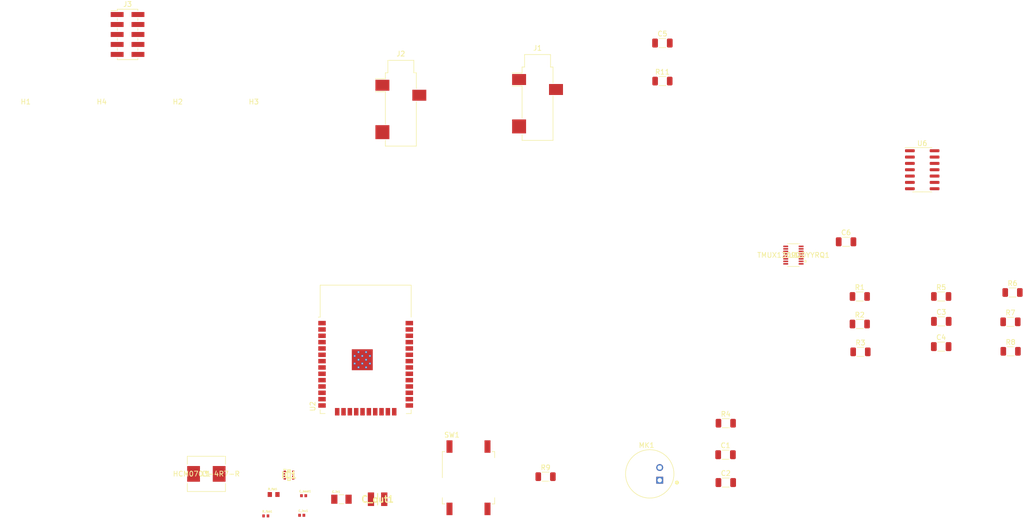
<source format=kicad_pcb>
(kicad_pcb (version 20211014) (generator pcbnew)
  (layers (0 "F.Cu" signal) (31 "B.Cu" signal) (34 "B.Paste" user) (35 "F.Paste" user) (36 "B.SilkS" user "B.Silkscreen") (37 "F.SilkS" user "F.Silkscreen") (38 "B.Mask" user) (39 "F.Mask" user) (44 "Edge.Cuts" user))
  (net 0 "")
  (net 1 "Net-(C1-Pad1)")
  (net 2 "Net-(C1-Pad2)")
  (net 3 "/+3V3")
  (net 4 "Net-(C3-Pad1)")
  (net 5 "Net-(C4-Pad1)")
  (net 6 "/Aux_ADC")
  (net 7 "Net-(C5-Pad2)")
  (net 8 "Net-(C_boot1-Pad1)")
  (net 9 "Net-(C_boot1-Pad2)")
  (net 10 "/+5V")
  (net 11 "Net-(C_in1-Pad2)")
  (net 15 "Net-(IC1-Pad8)")
  (net 16 "/Audio_Out")
  (net 17 "Net-(J1-PadS)")
  (net 18 "Net-(J2-PadR)")
  (net 19 "/Mic_ADC")
  (net 20 "/Ble_ADC")
  (net 21 "/sel2")
  (net 22 "/sel1")
  (net 23 "Net-(R1-Pad1)")
  (net 24 "Net-(R1-Pad2)")
  (net 25 "Net-(R3-Pad2)")
  (net 26 "Net-(R5-Pad2)")
  (net 27 "Net-(R7-Pad2)")
  (net 28 "Net-(R9-Pad1)")
  (net 29 "Net-(R9-Pad2)")
  (net 37 "Net-(U1-Pad8)")
  (net 40 "Net-(U2-Pad1)")
  (net 75 "Net-(U6-Pad11)")
  (net 78 "Net-(C6-Pad1)")
  (footprint "MountingHole:MountingHole_3.2mm_M3" (layer "F.Cu") (at 95.89 46.46)
    (fp_text reference "H3" (at 0 -4.2) (layer "F.SilkS"))
    (fp_text value "MountingHole")
    (pad "" np_thru_hole circle (at 0 0) (size 3.2 3.2) (drill 3.2) (layers *.Cu *.Mask))
  )
  (footprint "Connector_PinHeader_2.00mm:PinHeader_2x05_P2.00mm_Vertical_SMD" (layer "F.Cu") (at 70.59 28.76)
    (fp_text reference "J3" (at 0 -6.06) (layer "F.SilkS"))
    (fp_text value "Conn_02x05_Counter_Clockwise")
    (fp_line (start -2.06 2.76) (end -2.06 3.24) (layer "F.SilkS") (width 0.12))
    (fp_line (start 2.06 -3.24) (end 2.06 -2.76) (layer "F.SilkS") (width 0.12))
    (fp_line (start 2.06 -1.24) (end 2.06 -0.76) (layer "F.SilkS") (width 0.12))
    (fp_line (start -2.06 -5.06) (end -2.06 -4.76) (layer "F.SilkS") (width 0.12))
    (fp_line (start -3.315 -4.76) (end -2.06 -4.76) (layer "F.SilkS") (width 0.12))
    (fp_line (start 2.06 4.76) (end 2.06 5.06) (layer "F.SilkS") (width 0.12))
    (fp_line (start 2.06 -5.06) (end 2.06 -4.76) (layer "F.SilkS") (width 0.12))
    (fp_line (start -2.06 5.06) (end 2.06 5.06) (layer "F.SilkS") (width 0.12))
    (fp_line (start 2.06 0.76) (end 2.06 1.24) (layer "F.SilkS") (width 0.12))
    (fp_line (start -2.06 -1.24) (end -2.06 -0.76) (layer "F.SilkS") (width 0.12))
    (fp_line (start -2.06 -3.24) (end -2.06 -2.76) (layer "F.SilkS") (width 0.12))
    (fp_line (start -2.06 4.76) (end -2.06 5.06) (layer "F.SilkS") (width 0.12))
    (fp_line (start -2.06 0.76) (end -2.06 1.24) (layer "F.SilkS") (width 0.12))
    (fp_line (start -2.06 -5.06) (end 2.06 -5.06) (layer "F.SilkS") (width 0.12))
    (fp_line (start 2.06 2.76) (end 2.06 3.24) (layer "F.SilkS") (width 0.12))
    (pad "1" smd rect (at -2.085 -4) (size 2.58 1) (layers "F.Cu" "F.Paste" "F.Mask") (net 10 "/+5V"))
    (pad "2" smd rect (at 2.085 -4) (size 2.58 1) (layers "F.Cu" "F.Paste" "F.Mask") (net 3 "/+3V3"))
    (pad "3" smd rect (at -2.085 -2) (size 2.58 1) (layers "F.Cu" "F.Paste" "F.Mask") (net 16 "/Audio_Out"))
    (pad "4" smd rect (at 2.085 -2) (size 2.58 1) (layers "F.Cu" "F.Paste" "F.Mask") (net 20 "/Ble_ADC"))
    (pad "5" smd rect (at -2.085 0) (size 2.58 1) (layers "F.Cu" "F.Paste" "F.Mask") (net 6 "/Aux_ADC"))
    (pad "6" smd rect (at 2.085 0) (size 2.58 1) (layers "F.Cu" "F.Paste" "F.Mask") (net 19 "/Mic_ADC"))
    (pad "7" smd rect (at -2.085 2) (size 2.58 1) (layers "F.Cu" "F.Paste" "F.Mask") (net 21 "/sel2"))
    (pad "8" smd rect (at 2.085 2) (size 2.58 1) (layers "F.Cu" "F.Paste" "F.Mask") (net 22 "/sel1"))
    (pad "9" smd rect (at -2.085 4) (size 2.58 1) (layers "F.Cu" "F.Paste" "F.Mask"))
    (pad "10" smd rect (at 2.085 4) (size 2.58 1) (layers "F.Cu" "F.Paste" "F.Mask"))
  )
  (footprint "TPS563300_Power_Circuit:C_Boot_CAPC1005X55N" (layer "F.Cu") (at 105.5 125.14)
    (fp_text reference "C_inx1" (at 0.3 -0.88) (layer "F.SilkS") (effects (font (size 0.393701 0.393701))))
    (fp_text value "GRM155R71A104KA01D")
    (pad "1" smd rect (at -0.432 0) (size 0.54 0.6) (layers "F.Cu" "F.Paste" "F.Mask") (net 10 "/+5V"))
    (pad "2" smd rect (at 0.432 0) (size 0.54 0.6) (layers "F.Cu" "F.Paste" "F.Mask") (net 11 "Net-(C_in1-Pad2)"))
  )
  (footprint "Button_Switch_SMD:SW_MEC_5GSH9" (layer "F.Cu") (at 138.93 117.61)
    (fp_text reference "SW1" (at -3.325 -8.575 180) (layer "F.SilkS"))
    (fp_text value "SW_MEC_5E")
    (fp_line (start -5.25 -5.25) (end -5.25 0) (layer "F.SilkS") (width 0.12))
    (fp_line (start -4.7 5.25) (end -5.25 5.25) (layer "F.SilkS") (width 0.12))
    (fp_line (start 5.25 -5.25) (end 5.25 -4) (layer "F.SilkS") (width 0.12))
    (fp_line (start -4.7 -5.25) (end -5.25 -5.25) (layer "F.SilkS") (width 0.12))
    (fp_line (start 4.7 5.25) (end 5.25 5.25) (layer "F.SilkS") (width 0.12))
    (fp_line (start -5.25 5.25) (end -5.25 4) (layer "F.SilkS") (width 0.12))
    (fp_line (start 5.25 5.25) (end 5.25 4) (layer "F.SilkS") (width 0.12))
    (fp_line (start 4.7 -5.25) (end 5.25 -5.25) (layer "F.SilkS") (width 0.12))
    (pad "1" smd rect (at -3.81 -6.25 90) (size 2.5 1.2) (layers "F.Cu" "F.Paste" "F.Mask") (net 3 "/+3V3"))
    (pad "2" smd rect (at -3.81 6.25 90) (size 2.5 1.2) (layers "F.Cu" "F.Paste" "F.Mask") (net 29 "Net-(R9-Pad2)"))
    (pad "3" smd rect (at 3.81 -6.25 90) (size 2.5 1.2) (layers "F.Cu" "F.Paste" "F.Mask"))
    (pad "4" smd rect (at 3.81 6.25 90) (size 2.5 1.2) (layers "F.Cu" "F.Paste" "F.Mask") (net 22 "/sel1"))
  )
  (footprint "Resistor_SMD:R_1206_3216Metric" (layer "F.Cu") (at 217.3625 81.28)
    (fp_text reference "R1" (at 0 -1.82) (layer "F.SilkS"))
    (fp_text value "100K")
    (fp_line (start -0.727064 -0.91) (end 0.727064 -0.91) (layer "F.SilkS") (width 0.12))
    (fp_line (start -0.727064 0.91) (end 0.727064 0.91) (layer "F.SilkS") (width 0.12))
    (pad "1" smd roundrect (at -1.4625 0) (size 1.125 1.75) (layers "F.Cu" "F.Paste" "F.Mask") (roundrect_rratio 0.222222) (net 23 "Net-(R1-Pad1)"))
    (pad "2" smd roundrect (at 1.4625 0) (size 1.125 1.75) (layers "F.Cu" "F.Paste" "F.Mask") (roundrect_rratio 0.222222) (net 24 "Net-(R1-Pad2)"))
  )
  (footprint "RF_Module:ESP32-WROOM-32" (layer "F.Cu") (at 118.32 94.87)
    (fp_text reference "U2" (at -10.61 8.43 90) (layer "F.SilkS"))
    (fp_text value "ESP32-WROOM-32")
    (fp_line (start 9.12 9.1) (end 9.12 9.88) (layer "F.SilkS") (width 0.12))
    (fp_line (start -9.12 9.1) (end -9.12 9.88) (layer "F.SilkS") (width 0.12))
    (fp_line (start -9.12 -15.86) (end 9.12 -15.86) (layer "F.SilkS") (width 0.12))
    (fp_line (start -9.12 -9.445) (end -9.5 -9.445) (layer "F.SilkS") (width 0.12))
    (fp_line (start 9.12 9.88) (end 8.12 9.88) (layer "F.SilkS") (width 0.12))
    (fp_line (start 9.12 -15.86) (end 9.12 -9.445) (layer "F.SilkS") (width 0.12))
    (fp_line (start -9.12 9.88) (end -8.12 9.88) (layer "F.SilkS") (width 0.12))
    (fp_line (start -9.12 -15.86) (end -9.12 -9.445) (layer "F.SilkS") (width 0.12))
    (pad "1" smd rect (at -8.75 -8.25) (size 1.5 0.9) (layers "F.Cu" "F.Paste" "F.Mask") (net 40 "Net-(U2-Pad1)"))
    (pad "2" smd rect (at -8.75 -6.98) (size 1.5 0.9) (layers "F.Cu" "F.Paste" "F.Mask") (net 3 "/+3V3"))
    (pad "3" smd rect (at -8.75 -5.71) (size 1.5 0.9) (layers "F.Cu" "F.Paste" "F.Mask"))
    (pad "4" smd rect (at -8.75 -4.44) (size 1.5 0.9) (layers "F.Cu" "F.Paste" "F.Mask"))
    (pad "5" smd rect (at -8.75 -3.17) (size 1.5 0.9) (layers "F.Cu" "F.Paste" "F.Mask"))
    (pad "6" smd rect (at -8.75 -1.9) (size 1.5 0.9) (layers "F.Cu" "F.Paste" "F.Mask") (net 20 "/Ble_ADC"))
    (pad "7" smd rect (at -8.75 -0.63) (size 1.5 0.9) (layers "F.Cu" "F.Paste" "F.Mask"))
    (pad "8" smd rect (at -8.75 0.64) (size 1.5 0.9) (layers "F.Cu" "F.Paste" "F.Mask"))
    (pad "9" smd rect (at -8.75 1.91) (size 1.5 0.9) (layers "F.Cu" "F.Paste" "F.Mask"))
    (pad "10" smd rect (at -8.75 3.18) (size 1.5 0.9) (layers "F.Cu" "F.Paste" "F.Mask"))
    (pad "11" smd rect (at -8.75 4.45) (size 1.5 0.9) (layers "F.Cu" "F.Paste" "F.Mask"))
    (pad "12" smd rect (at -8.75 5.72) (size 1.5 0.9) (layers "F.Cu" "F.Paste" "F.Mask"))
    (pad "13" smd rect (at -8.75 6.99) (size 1.5 0.9) (layers "F.Cu" "F.Paste" "F.Mask"))
    (pad "14" smd rect (at -8.75 8.26) (size 1.5 0.9) (layers "F.Cu" "F.Paste" "F.Mask"))
    (pad "15" smd rect (at -5.71 9.51 90) (size 1.5 0.9) (layers "F.Cu" "F.Paste" "F.Mask") (net 40 "Net-(U2-Pad1)"))
    (pad "16" smd rect (at -4.44 9.51 90) (size 1.5 0.9) (layers "F.Cu" "F.Paste" "F.Mask"))
    (pad "17" smd rect (at -3.17 9.51 90) (size 1.5 0.9) (layers "F.Cu" "F.Paste" "F.Mask"))
    (pad "18" smd rect (at -1.9 9.51 90) (size 1.5 0.9) (layers "F.Cu" "F.Paste" "F.Mask"))
    (pad "19" smd rect (at -0.63 9.51 90) (size 1.5 0.9) (layers "F.Cu" "F.Paste" "F.Mask"))
    (pad "20" smd rect (at 0.64 9.51 90) (size 1.5 0.9) (layers "F.Cu" "F.Paste" "F.Mask"))
    (pad "21" smd rect (at 1.91 9.51 90) (size 1.5 0.9) (layers "F.Cu" "F.Paste" "F.Mask"))
    (pad "22" smd rect (at 3.18 9.51 90) (size 1.5 0.9) (layers "F.Cu" "F.Paste" "F.Mask"))
    (pad "23" smd rect (at 4.45 9.51 90) (size 1.5 0.9) (layers "F.Cu" "F.Paste" "F.Mask"))
    (pad "24" smd rect (at 5.72 9.51 90) (size 1.5 0.9) (layers "F.Cu" "F.Paste" "F.Mask"))
    (pad "25" smd rect (at 8.75 8.26) (size 1.5 0.9) (layers "F.Cu" "F.Paste" "F.Mask"))
    (pad "26" smd rect (at 8.75 6.99) (size 1.5 0.9) (layers "F.Cu" "F.Paste" "F.Mask"))
    (pad "27" smd rect (at 8.75 5.72) (size 1.5 0.9) (layers "F.Cu" "F.Paste" "F.Mask"))
    (pad "28" smd rect (at 8.75 4.45) (size 1.5 0.9) (layers "F.Cu" "F.Paste" "F.Mask"))
    (pad "29" smd rect (at 8.75 3.18) (size 1.5 0.9) (layers "F.Cu" "F.Paste" "F.Mask"))
    (pad "30" smd rect (at 8.75 1.91) (size 1.5 0.9) (layers "F.Cu" "F.Paste" "F.Mask") (net 22 "/sel1"))
    (pad "31" smd rect (at 8.75 0.64) (size 1.5 0.9) (layers "F.Cu" "F.Paste" "F.Mask") (net 21 "/sel2"))
    (pad "32" smd rect (at 8.75 -0.63) (size 1.5 0.9) (layers "F.Cu" "F.Paste" "F.Mask"))
    (pad "33" smd rect (at 8.75 -1.9) (size 1.5 0.9) (layers "F.Cu" "F.Paste" "F.Mask"))
    (pad "34" smd rect (at 8.75 -3.17) (size 1.5 0.9) (layers "F.Cu" "F.Paste" "F.Mask"))
    (pad "35" smd rect (at 8.75 -4.44) (size 1.5 0.9) (layers "F.Cu" "F.Paste" "F.Mask"))
    (pad "36" smd rect (at 8.75 -5.71) (size 1.5 0.9) (layers "F.Cu" "F.Paste" "F.Mask"))
    (pad "37" smd rect (at 8.75 -6.98) (size 1.5 0.9) (layers "F.Cu" "F.Paste" "F.Mask"))
    (pad "38" smd rect (at 8.75 -8.25) (size 1.5 0.9) (layers "F.Cu" "F.Paste" "F.Mask") (net 40 "Net-(U2-Pad1)"))
    (pad "39" smd rect (at -0.68 -0.91) (size 1.05 1.05) (layers "F.Cu" "F.Paste") (net 40 "Net-(U2-Pad1)"))
    (pad "39" smd rect (at -2.205 0.615) (size 1.05 1.05) (layers "F.Cu" "F.Paste") (net 40 "Net-(U2-Pad1)"))
    (pad "39" smd rect (at -0.68 -0.91) (size 4.2 4.2) (layers "F.Cu" "F.Mask") (net 40 "Net-(U2-Pad1)"))
    (pad "39" thru_hole circle (at -0.68 -1.6725) (size 0.475 0.475) (drill 0.2) (property pad_prop_heatsink) (layers *.Cu "F.Mask") (net 40 "Net-(U2-Pad1)"))
    (pad "39" thru_hole circle (at 0.0825 -0.91) (size 0.475 0.475) (drill 0.2) (property pad_prop_heatsink) (layers *.Cu "F.Mask") (net 40 "Net-(U2-Pad1)"))
    (pad "39" thru_hole circle (at 0.0825 0.615) (size 0.475 0.475) (drill 0.2) (property pad_prop_heatsink) (layers *.Cu "F.Mask") (net 40 "Net-(U2-Pad1)"))
    (pad "39" thru_hole circle (at 0.0825 -2.435) (size 0.475 0.475) (drill 0.2) (property pad_prop_heatsink) (layers *.Cu "F.Mask") (net 40 "Net-(U2-Pad1)"))
    (pad "39" smd rect (at -0.68 -2.435) (size 1.05 1.05) (layers "F.Cu" "F.Paste") (net 40 "Net-(U2-Pad1)"))
    (pad "39" smd rect (at -2.205 -2.435) (size 1.05 1.05) (layers "F.Cu" "F.Paste") (net 40 "Net-(U2-Pad1)"))
    (pad "39" thru_hole circle (at -1.4425 -0.91) (size 0.475 0.475) (drill 0.2) (property pad_prop_heatsink) (layers *.Cu "F.Mask") (net 40 "Net-(U2-Pad1)"))
    (pad "39" thru_hole circle (at -1.4425 -2.435) (size 0.475 0.475) (drill 0.2) (property pad_prop_heatsink) (layers *.Cu "F.Mask") (net 40 "Net-(U2-Pad1)"))
    (pad "39" smd rect (at -2.205 -0.91) (size 1.05 1.05) (layers "F.Cu" "F.Paste") (net 40 "Net-(U2-Pad1)"))
    (pad "39" thru_hole circle (at -1.4425 0.615) (size 0.475 0.475) (drill 0.2) (property pad_prop_heatsink) (layers *.Cu "F.Mask") (net 40 "Net-(U2-Pad1)"))
    (pad "39" smd rect (at 0.845 -2.435) (size 1.05 1.05) (layers "F.Cu" "F.Paste") (net 40 "Net-(U2-Pad1)"))
    (pad "39" smd rect (at 0.845 -0.91) (size 1.05 1.05) (layers "F.Cu" "F.Paste") (net 40 "Net-(U2-Pad1)"))
    (pad "39" thru_hole circle (at -2.205 -0.1475) (size 0.475 0.475) (drill 0.2) (property pad_prop_heatsink) (layers *.Cu "F.Mask") (net 40 "Net-(U2-Pad1)"))
    (pad "39" thru_hole circle (at -0.68 -0.1475) (size 0.475 0.475) (drill 0.2) (property pad_prop_heatsink) (layers *.Cu "F.Mask") (net 40 "Net-(U2-Pad1)"))
    (pad "39" thru_hole circle (at 0.845 -1.6725) (size 0.475 0.475) (drill 0.2) (property pad_prop_heatsink) (layers *.Cu "F.Mask") (net 40 "Net-(U2-Pad1)"))
    (pad "39" thru_hole circle (at -2.205 -1.6725) (size 0.475 0.475) (drill 0.2) (property pad_prop_heatsink) (layers *.Cu "F.Mask") (net 40 "Net-(U2-Pad1)"))
    (pad "39" smd rect (at -0.68 0.615) (size 1.05 1.05) (layers "F.Cu" "F.Paste") (net 40 "Net-(U2-Pad1)"))
    (pad "39" thru_hole circle (at 0.845 -0.1475) (size 0.475 0.475) (drill 0.2) (property pad_prop_heatsink) (layers *.Cu "F.Mask") (net 40 "Net-(U2-Pad1)"))
    (pad "39" smd rect (at 0.845 0.615) (size 1.05 1.05) (layers "F.Cu" "F.Paste") (net 40 "Net-(U2-Pad1)"))
  )
  (footprint "Capacitor_SMD:C_1206_3216Metric" (layer "F.Cu") (at 177.8 30.48)
    (fp_text reference "C5" (at 0 -1.85) (layer "F.SilkS"))
    (fp_text value "100uF")
    (fp_line (start -0.711252 0.91) (end 0.711252 0.91) (layer "F.SilkS") (width 0.12))
    (fp_line (start -0.711252 -0.91) (end 0.711252 -0.91) (layer "F.SilkS") (width 0.12))
    (pad "1" smd roundrect (at -1.475 0) (size 1.15 1.8) (layers "F.Cu" "F.Paste" "F.Mask") (roundrect_rratio 0.217391) (net 6 "/Aux_ADC"))
    (pad "2" smd roundrect (at 1.475 0) (size 1.15 1.8) (layers "F.Cu" "F.Paste" "F.Mask") (roundrect_rratio 0.217391) (net 7 "Net-(C5-Pad2)"))
  )
  (footprint "Resistor_SMD:R_1206_3216Metric" (layer "F.Cu") (at 217.5 92.38)
    (fp_text reference "R3" (at 0 -1.82) (layer "F.SilkS"))
    (fp_text value "100K")
    (fp_line (start -0.727064 0.91) (end 0.727064 0.91) (layer "F.SilkS") (width 0.12))
    (fp_line (start -0.727064 -0.91) (end 0.727064 -0.91) (layer "F.SilkS") (width 0.12))
    (pad "1" smd roundrect (at -1.4625 0) (size 1.125 1.75) (layers "F.Cu" "F.Paste" "F.Mask") (roundrect_rratio 0.222222) (net 2 "Net-(C1-Pad2)"))
    (pad "2" smd roundrect (at 1.4625 0) (size 1.125 1.75) (layers "F.Cu" "F.Paste" "F.Mask") (roundrect_rratio 0.222222) (net 25 "Net-(R3-Pad2)"))
  )
  (footprint "TPS563300_Power_Circuit:L1_HCM0703-4R7-R" (layer "F.Cu") (at 86.3854 116.84)
    (fp_text reference "L1" (at 0 0) (layer "F.SilkS"))
    (fp_text value "HCM0703-4R7-R" (at 0 0) (layer "F.SilkS"))
    (fp_text user "*" (at 0 0) (layer "F.SilkS"))
    (fp_line (start 3.8227 -3.5306) (end -3.8227 -3.5306) (layer "F.SilkS") (width 0.12))
    (fp_line (start -3.8227 3.5306) (end 3.8227 3.5306) (layer "F.SilkS") (width 0.12))
    (fp_line (start -3.8227 1.90754) (end -3.8227 3.5306) (layer "F.SilkS") (width 0.12))
    (fp_line (start 3.8227 -1.90754) (end 3.8227 -3.5306) (layer "F.SilkS") (width 0.12))
    (fp_line (start 3.8227 3.5306) (end 3.8227 1.90754) (layer "F.SilkS") (width 0.12))
    (fp_line (start -3.8227 -3.5306) (end -3.8227 -1.90754) (layer "F.SilkS") (width 0.12))
    (pad "1" smd rect (at -2.5654 0 90) (size 3.1496 2.5654) (layers "F.Cu" "F.Paste" "F.Mask") (net 3 "/+3V3"))
    (pad "2" smd rect (at 2.5654 0 90) (size 3.1496 2.5654) (layers "F.Cu" "F.Paste" "F.Mask") (net 9 "Net-(C_boot1-Pad2)"))
  )
  (footprint "electret_mic:MIC_CMA-4544PF-W" (layer "F.Cu") (at 175.26 116.84)
    (fp_text reference "MK1" (at -0.635215 -5.717015) (layer "F.SilkS") (effects (font (size 1.000354 1.000354))))
    (fp_text value "CMA-4544PF-W")
    (fp_circle (center 5.443 1.741) (end 5.543 1.741) (layer "F.SilkS") (width 0.3) (fill none))
    (fp_circle (center 0 0) (end 4.85 0) (layer "F.SilkS") (width 0.127) (fill none))
    (pad "1" thru_hole rect (at 2 1.27) (size 1.378 1.378) (drill 0.87) (layers *.Cu *.Mask) (net 2 "Net-(C1-Pad2)"))
    (pad "2" thru_hole circle (at 2 -1.27) (size 1.378 1.378) (drill 0.87) (layers *.Cu *.Mask) (net 1 "Net-(C1-Pad1)"))
  )
  (footprint "Connector_Audio:Jack_3.5mm_CUI_SJ-3523-SMT_Horizontal" (layer "F.Cu") (at 152.77 41.39)
    (fp_text reference "J1" (at 0 -9.9) (layer "F.SilkS"))
    (fp_text value "AudioJack3")
    (fp_line (start -3.1 -4.9) (end -3.1 -6.1) (layer "F.SilkS") (width 0.12))
    (fp_line (start 2.6 -8.6) (end 2.6 -6.1) (layer "F.SilkS") (width 0.12))
    (fp_line (start -3.1 -4.9) (end -5.1 -4.9) (layer "F.SilkS") (width 0.12))
    (fp_line (start -2.6 -8.6) (end 2.6 -8.6) (layer "F.SilkS") (width 0.12))
    (fp_line (start -2.6 -6.1) (end -2.6 -8.6) (layer "F.SilkS") (width 0.12))
    (fp_line (start 3.1 -0.3) (end 3.1 8.6) (layer "F.SilkS") (width 0.12))
    (fp_line (start -3.1 8.6) (end -3.1 7.4) (layer "F.SilkS") (width 0.12))
    (fp_line (start 3.1 -6.1) (end 3.1 -2.9) (layer "F.SilkS") (width 0.12))
    (fp_line (start -3.1 -2.3) (end -5.1 -2.3) (layer "F.SilkS") (width 0.12))
    (fp_line (start 2.6 -6.1) (end 3.1 -6.1) (layer "F.SilkS") (width 0.12))
    (fp_line (start -3.1 4.2) (end -3.1 -2.3) (layer "F.SilkS") (width 0.12))
    (fp_line (start 3.1 8.6) (end -3.1 8.6) (layer "F.SilkS") (width 0.12))
    (fp_line (start -3.1 -6.1) (end -2.6 -6.1) (layer "F.SilkS") (width 0.12))
    (pad "" np_thru_hole circle (at 0 -2.5) (size 1.7 1.7) (drill 1.7) (layers *.Cu *.Mask))
    (pad "" np_thru_hole circle (at 0 4.5) (size 1.7 1.7) (drill 1.7) (layers *.Cu *.Mask))
    (pad "R" smd rect (at 3.7 -1.6) (size 2.8 2.2) (layers "F.Cu" "F.Paste" "F.Mask") (net 16 "/Audio_Out"))
    (pad "S" smd rect (at -3.7 -3.6) (size 2.8 2.2) (layers "F.Cu" "F.Paste" "F.Mask") (net 17 "Net-(J1-PadS)"))
    (pad "T" smd rect (at -3.7 5.8) (size 2.8 2.8) (layers "F.Cu" "F.Paste" "F.Mask") (net 16 "/Audio_Out"))
  )
  (footprint "Resistor_SMD:R_1206_3216Metric" (layer "F.Cu") (at 154.38 117.4)
    (fp_text reference "R9" (at 0 -1.82) (layer "F.SilkS"))
    (fp_text value "1K")
    (fp_line (start -0.727064 -0.91) (end 0.727064 -0.91) (layer "F.SilkS") (width 0.12))
    (fp_line (start -0.727064 0.91) (end 0.727064 0.91) (layer "F.SilkS") (width 0.12))
    (pad "1" smd roundrect (at -1.4625 0) (size 1.125 1.75) (layers "F.Cu" "F.Paste" "F.Mask") (roundrect_rratio 0.222222) (net 28 "Net-(R9-Pad1)"))
    (pad "2" smd roundrect (at 1.4625 0) (size 1.125 1.75) (layers "F.Cu" "F.Paste" "F.Mask") (roundrect_rratio 0.222222) (net 29 "Net-(R9-Pad2)"))
  )
  (footprint "MountingHole:MountingHole_3.2mm_M3" (layer "F.Cu") (at 80.65 46.46)
    (fp_text reference "H2" (at 0 -4.2) (layer "F.SilkS"))
    (fp_text value "MountingHole")
    (pad "" np_thru_hole circle (at 0 0) (size 3.2 3.2) (drill 3.2) (layers *.Cu *.Mask))
  )
  (footprint "Resistor_SMD:R_1206_3216Metric" (layer "F.Cu") (at 247.98 80.48)
    (fp_text reference "R6" (at 0 -1.82) (layer "F.SilkS"))
    (fp_text value "330")
    (fp_line (start -0.727064 -0.91) (end 0.727064 -0.91) (layer "F.SilkS") (width 0.12))
    (fp_line (start -0.727064 0.91) (end 0.727064 0.91) (layer "F.SilkS") (width 0.12))
    (pad "1" smd roundrect (at -1.4625 0) (size 1.125 1.75) (layers "F.Cu" "F.Paste" "F.Mask") (roundrect_rratio 0.222222) (net 5 "Net-(C4-Pad1)"))
    (pad "2" smd roundrect (at 1.4625 0) (size 1.125 1.75) (layers "F.Cu" "F.Paste" "F.Mask") (roundrect_rratio 0.222222) (net 2 "Net-(C1-Pad2)"))
  )
  (footprint "TPS563300_Power_Circuit:C_OUT_CAPC3225X270N" (layer "F.Cu") (at 120.71 121.92)
    (fp_text reference "C_out1" (at 0 0) (layer "F.SilkS") (effects (font (size 1.27 1.27) (thickness 0.254))))
    (fp_text value "GRM32EC80J107ME20L" hide)
    (fp_line (start 0 -1.15) (end 0 1.15) (layer "F.SilkS") (width 0.2))
    (pad "1" smd rect (at -1.33 0) (size 1.26 2.72) (layers "F.Cu" "F.Paste" "F.Mask") (net 3 "/+3V3"))
    (pad "2" smd rect (at 1.33 0) (size 1.26 2.72) (layers "F.Cu" "F.Paste" "F.Mask") (net 11 "Net-(C_in1-Pad2)"))
  )
  (footprint "Capacitor_SMD:C_1206_3216Metric" (layer "F.Cu") (at 214.61 70.32)
    (fp_text reference "C6" (at 0 -1.85) (layer "F.SilkS"))
    (fp_text value ".1uF")
    (fp_line (start -0.711252 0.91) (end 0.711252 0.91) (layer "F.SilkS") (width 0.12))
    (fp_line (start -0.711252 -0.91) (end 0.711252 -0.91) (layer "F.SilkS") (width 0.12))
    (pad "1" smd roundrect (at -1.475 0) (size 1.15 1.8) (layers "F.Cu" "F.Paste" "F.Mask") (roundrect_rratio 0.217391) (net 78 "Net-(C6-Pad1)"))
    (pad "2" smd roundrect (at 1.475 0) (size 1.15 1.8) (layers "F.Cu" "F.Paste" "F.Mask") (roundrect_rratio 0.217391) (net 3 "/+3V3"))
  )
  (footprint "TPS563300_Power_Circuit:R_FBT_RESC1508X50N" (layer "F.Cu") (at 99.87 120.97)
    (fp_text reference "R_fbt1" (at -0.19 -1.07) (layer "F.SilkS") (effects (font (size 0.393701 0.393701))))
    (fp_text value "CRCW060330K9FKEA")
    (pad "1" smd rect (at -0.765 0) (size 0.86 0.98) (layers "F.Cu" "F.Paste" "F.Mask") (net 15 "Net-(IC1-Pad8)"))
    (pad "2" smd rect (at 0.765 0) (size 0.86 0.98) (layers "F.Cu" "F.Paste" "F.Mask") (net 3 "/+3V3"))
  )
  (footprint "MountingHole:MountingHole_3.2mm_M3" (layer "F.Cu") (at 65.41 46.46)
    (fp_text reference "H4" (at 0 -4.2) (layer "F.SilkS"))
    (fp_text value "MountingHole")
    (pad "" np_thru_hole circle (at 0 0) (size 3.2 3.2) (drill 3.2) (layers *.Cu *.Mask))
  )
  (footprint "MountingHole:MountingHole_3.2mm_M3" (layer "F.Cu") (at 50.17 46.46)
    (fp_text reference "H1" (at 0 -4.2) (layer "F.SilkS"))
    (fp_text value "MountingHole")
    (pad "" np_thru_hole circle (at 0 0) (size 3.2 3.2) (drill 3.2) (layers *.Cu *.Mask))
  )
  (footprint "Resistor_SMD:R_1206_3216Metric" (layer "F.Cu") (at 190.499188 106.68)
    (fp_text reference "R4" (at 0 -1.82) (layer "F.SilkS"))
    (fp_text value "22K")
    (fp_line (start -0.727064 0.91) (end 0.727064 0.91) (layer "F.SilkS") (width 0.12))
    (fp_line (start -0.727064 -0.91) (end 0.727064 -0.91) (layer "F.SilkS") (width 0.12))
    (pad "1" smd roundrect (at -1.4625 0) (size 1.125 1.75) (layers "F.Cu" "F.Paste" "F.Mask") (roundrect_rratio 0.222222) (net 1 "Net-(C1-Pad1)"))
    (pad "2" smd roundrect (at 1.4625 0) (size 1.125 1.75) (layers "F.Cu" "F.Paste" "F.Mask") (roundrect_rratio 0.222222) (net 3 "/+3V3"))
  )
  (footprint "Capacitor_SMD:C_1206_3216Metric" (layer "F.Cu") (at 233.7 86.27)
    (fp_text reference "C3" (at 0 -1.85) (layer "F.SilkS"))
    (fp_text value "100uF")
    (fp_line (start -0.711252 -0.91) (end 0.711252 -0.91) (layer "F.SilkS") (width 0.12))
    (fp_line (start -0.711252 0.91) (end 0.711252 0.91) (layer "F.SilkS") (width 0.12))
    (pad "1" smd roundrect (at -1.475 0) (size 1.15 1.8) (layers "F.Cu" "F.Paste" "F.Mask") (roundrect_rratio 0.217391) (net 4 "Net-(C3-Pad1)"))
    (pad "2" smd roundrect (at 1.475 0) (size 1.15 1.8) (layers "F.Cu" "F.Paste" "F.Mask") (roundrect_rratio 0.217391) (net 2 "Net-(C1-Pad2)"))
  )
  (footprint "Capacitor_SMD:C_1206_3216Metric" (layer "F.Cu") (at 190.5 118.58)
    (fp_text reference "C2" (at 0 -1.85) (layer "F.SilkS"))
    (fp_text value "470uF")
    (fp_line (start -0.711252 -0.91) (end 0.711252 -0.91) (layer "F.SilkS") (width 0.12))
    (fp_line (start -0.711252 0.91) (end 0.711252 0.91) (layer "F.SilkS") (width 0.12))
    (pad "1" smd roundrect (at -1.475 0) (size 1.15 1.8) (layers "F.Cu" "F.Paste" "F.Mask") (roundrect_rratio 0.217391) (net 3 "/+3V3"))
    (pad "2" smd roundrect (at 1.475 0) (size 1.15 1.8) (layers "F.Cu" "F.Paste" "F.Mask") (roundrect_rratio 0.217391) (net 2 "Net-(C1-Pad2)"))
  )
  (footprint "Resistor_SMD:R_1206_3216Metric" (layer "F.Cu") (at 233.68 81.28)
    (fp_text reference "R5" (at 0 -1.82) (layer "F.SilkS"))
    (fp_text value "1K")
    (fp_line (start -0.727064 -0.91) (end 0.727064 -0.91) (layer "F.SilkS") (width 0.12))
    (fp_line (start -0.727064 0.91) (end 0.727064 0.91) (layer "F.SilkS") (width 0.12))
    (pad "1" smd roundrect (at -1.4625 0) (size 1.125 1.75) (layers "F.Cu" "F.Paste" "F.Mask") (roundrect_rratio 0.222222) (net 2 "Net-(C1-Pad2)"))
    (pad "2" smd roundrect (at 1.4625 0) (size 1.125 1.75) (layers "F.Cu" "F.Paste" "F.Mask") (roundrect_rratio 0.222222) (net 26 "Net-(R5-Pad2)"))
  )
  (footprint "Connector_Audio:Jack_3.5mm_CUI_SJ-3523-SMT_Horizontal" (layer "F.Cu") (at 125.37 42.54)
    (fp_text reference "J2" (at 0 -9.9) (layer "F.SilkS"))
    (fp_text value "AudioJack3")
    (fp_line (start -3.1 -4.9) (end -5.1 -4.9) (layer "F.SilkS") (width 0.12))
    (fp_line (start -2.6 -6.1) (end -2.6 -8.6) (layer "F.SilkS") (width 0.12))
    (fp_line (start -3.1 8.6) (end -3.1 7.4) (layer "F.SilkS") (width 0.12))
    (fp_line (start 3.1 8.6) (end -3.1 8.6) (layer "F.SilkS") (width 0.12))
    (fp_line (start -3.1 -4.9) (end -3.1 -6.1) (layer "F.SilkS") (width 0.12))
    (fp_line (start 3.1 -6.1) (end 3.1 -2.9) (layer "F.SilkS") (width 0.12))
    (fp_line (start -2.6 -8.6) (end 2.6 -8.6) (layer "F.SilkS") (width 0.12))
    (fp_line (start 3.1 -0.3) (end 3.1 8.6) (layer "F.SilkS") (width 0.12))
    (fp_line (start -3.1 4.2) (end -3.1 -2.3) (layer "F.SilkS") (width 0.12))
    (fp_line (start -3.1 -6.1) (end -2.6 -6.1) (layer "F.SilkS") (width 0.12))
    (fp_line (start -3.1 -2.3) (end -5.1 -2.3) (layer "F.SilkS") (width 0.12))
    (fp_line (start 2.6 -6.1) (end 3.1 -6.1) (layer "F.SilkS") (width 0.12))
    (fp_line (start 2.6 -8.6) (end 2.6 -6.1) (layer "F.SilkS") (width 0.12))
    (pad "" np_thru_hole circle (at 0 -2.5) (size 1.7 1.7) (drill 1.7) (layers *.Cu *.Mask))
    (pad "" np_thru_hole circle (at 0 4.5) (size 1.7 1.7) (drill 1.7) (layers *.Cu *.Mask))
    (pad "R" smd rect (at 3.7 -1.6) (size 2.8 2.2) (layers "F.Cu" "F.Paste" "F.Mask") (net 18 "Net-(J2-PadR)"))
    (pad "S" smd rect (at -3.7 -3.6) (size 2.8 2.2) (layers "F.Cu" "F.Paste" "F.Mask") (net 18 "Net-(J2-PadR)"))
    (pad "T" smd rect (at -3.7 5.8) (size 2.8 2.8) (layers "F.Cu" "F.Paste" "F.Mask") (net 7 "Net-(C5-Pad2)"))
  )
  (footprint "Package_SO:SOIC-14_3.9x8.7mm_P1.27mm" (layer "F.Cu") (at 229.88 55.875)
    (fp_text reference "U6" (at 0 -5.28) (layer "F.SilkS"))
    (fp_text value "LM324")
    (fp_line (start 0 -4.435) (end -3.45 -4.435) (layer "F.SilkS") (width 0.12))
    (fp_line (start 0 4.435) (end 1.95 4.435) (layer "F.SilkS") (width 0.12))
    (fp_line (start 0 4.435) (end -1.95 4.435) (layer "F.SilkS") (width 0.12))
    (fp_line (start 0 -4.435) (end 1.95 -4.435) (layer "F.SilkS") (width 0.12))
    (pad "1" smd roundrect (at -2.475 -3.81) (size 1.95 0.6) (layers "F.Cu" "F.Paste" "F.Mask") (net 23 "Net-(R1-Pad1)"))
    (pad "2" smd roundrect (at -2.475 -2.54) (size 1.95 0.6) (layers "F.Cu" "F.Paste" "F.Mask") (net 24 "Net-(R1-Pad2)"))
    (pad "3" smd roundrect (at -2.475 -1.27) (size 1.95 0.6) (layers "F.Cu" "F.Paste" "F.Mask") (net 25 "Net-(R3-Pad2)"))
    (pad "4" smd roundrect (at -2.475 0) (size 1.95 0.6) (layers "F.Cu" "F.Paste" "F.Mask") (net 3 "/+3V3"))
    (pad "5" smd roundrect (at -2.475 1.27) (size 1.95 0.6) (layers "F.Cu" "F.Paste" "F.Mask") (net 26 "Net-(R5-Pad2)"))
    (pad "6" smd roundrect (at -2.475 2.54) (size 1.95 0.6) (layers "F.Cu" "F.Paste" "F.Mask") (net 24 "Net-(R1-Pad2)"))
    (pad "7" smd roundrect (at -2.475 3.81) (size 1.95 0.6) (layers "F.Cu" "F.Paste" "F.Mask") (net 4 "Net-(C3-Pad1)"))
    (pad "8" smd roundrect (at 2.475 3.81) (size 1.95 0.6) (layers "F.Cu" "F.Paste" "F.Mask") (net 19 "/Mic_ADC"))
    (pad "9" smd roundrect (at 2.475 2.54) (size 1.95 0.6) (layers "F.Cu" "F.Paste" "F.Mask") (net 27 "Net-(R7-Pad2)"))
    (pad "10" smd roundrect (at 2.475 1.27) (size 1.95 0.6) (layers "F.Cu" "F.Paste" "F.Mask") (net 5 "Net-(C4-Pad1)"))
    (pad "11" smd roundrect (at 2.475 0) (size 1.95 0.6) (layers "F.Cu" "F.Paste" "F.Mask") (net 75 "Net-(U6-Pad11)"))
    (pad "12" smd roundrect (at 2.475 -1.27) (size 1.95 0.6) (layers "F.Cu" "F.Paste" "F.Mask"))
    (pad "13" smd roundrect (at 2.475 -2.54) (size 1.95 0.6) (layers "F.Cu" "F.Paste" "F.Mask"))
    (pad "14" smd roundrect (at 2.475 -3.81) (size 1.95 0.6) (layers "F.Cu" "F.Paste" "F.Mask"))
  )
  (footprint "TPS563300_Power_Circuit:R_FBB_RESC1005X40N" (layer "F.Cu") (at 98.295 125.26)
    (fp_text reference "R_fbb1" (at 0.3 -0.88) (layer "F.SilkS") (effects (font (size 0.393701 0.393701))))
    (fp_text value "CRCW040210K0FKED")
    (pad "1" smd rect (at -0.445 0) (size 0.51 0.6) (layers "F.Cu" "F.Paste" "F.Mask") (net 11 "Net-(C_in1-Pad2)"))
    (pad "2" smd rect (at 0.445 0) (size 0.51 0.6) (layers "F.Cu" "F.Paste" "F.Mask") (net 15 "Net-(IC1-Pad8)"))
  )
  (footprint "TPS563300_Power_Circuit:C_IN_CAPC3216X180N" (layer "F.Cu") (at 113.46 121.92)
    (fp_text reference "C_in1" (at -1.06 -1.5) (layer "F.SilkS") (effects (font (size 0.393701 0.393701))))
    (fp_text value "GRM31CR71E106KA12L")
    (fp_line (start -0.48 -0.9) (end 0.48 -0.9) (layer "F.SilkS") (width 0.127))
    (fp_line (start -0.48 0.9) (end 0.48 0.9) (layer "F.SilkS") (width 0.127))
    (pad "1" smd rect (at -1.43 0) (size 1.25 1.82) (layers "F.Cu" "F.Paste" "F.Mask") (net 10 "/+5V"))
    (pad "2" smd rect (at 1.43 0) (size 1.25 1.82) (layers "F.Cu" "F.Paste" "F.Mask") (net 11 "Net-(C_in1-Pad2)"))
  )
  (footprint "TMUX1309QDYYRQ1:TMUX1309QDYYRQ1" (layer "F.Cu") (at 204.06 72.99)
    (fp_text reference "U1" (at 0 0) (layer "F.SilkS"))
    (fp_text value "TMUX1309QDYYRQ1" (at 0 0) (layer "F.SilkS"))
    (fp_line (start 1.1811 -2.2733) (end -1.1811 -2.2733) (layer "F.SilkS") (width 0.12))
    (fp_line (start -1.1811 2.2733) (end 1.1811 2.2733) (layer "F.SilkS") (width 0.12))
    (fp_poly (pts (xy 2.54 1.059815) (xy 2.54 1.440815) (xy 2.286 1.440815) (xy 2.286 1.059815)) (layer "F.SilkS") (width 0.1) (fill solid))
    (pad "1" smd rect (at -1.54305 -1.750441) (size 0.9779 0.3048) (layers "F.Cu" "F.Paste" "F.Mask"))
    (pad "2" smd rect (at -1.54305 -1.250315) (size 0.9779 0.3048) (layers "F.Cu" "F.Paste" "F.Mask"))
    (pad "3" smd rect (at -1.54305 -0.750189) (size 0.9779 0.3048) (layers "F.Cu" "F.Paste" "F.Mask") (net 16 "/Audio_Out"))
    (pad "4" smd rect (at -1.54305 -0.250063) (size 0.9779 0.3048) (layers "F.Cu" "F.Paste" "F.Mask"))
    (pad "5" smd rect (at -1.54305 0.250063) (size 0.9779 0.3048) (layers "F.Cu" "F.Paste" "F.Mask"))
    (pad "6" smd rect (at -1.54305 0.750189) (size 0.9779 0.3048) (layers "F.Cu" "F.Paste" "F.Mask"))
    (pad "7" smd rect (at -1.54305 1.250315) (size 0.9779 0.3048) (layers "F.Cu" "F.Paste" "F.Mask"))
    (pad "8" smd rect (at -1.54305 1.750441) (size 0.9779 0.3048) (layers "F.Cu" "F.Paste" "F.Mask") (net 37 "Net-(U1-Pad8)"))
    (pad "9" smd rect (at 1.54305 1.750441) (size 0.9779 0.3048) (layers "F.Cu" "F.Paste" "F.Mask"))
    (pad "10" smd rect (at 1.54305 1.250315) (size 0.9779 0.3048) (layers "F.Cu" "F.Paste" "F.Mask") (net 21 "/sel2"))
    (pad "11" smd rect (at 1.54305 0.750189) (size 0.9779 0.3048) (layers "F.Cu" "F.Paste" "F.Mask") (net 22 "/sel1"))
    (pad "12" smd rect (at 1.54305 0.250063) (size 0.9779 0.3048) (layers "F.Cu" "F.Paste" "F.Mask") (net 20 "/Ble_ADC"))
    (pad "13" smd rect (at 1.54305 -0.250063) (size 0.9779 0.3048) (layers "F.Cu" "F.Paste" "F.Mask"))
    (pad "14" smd rect (at 1.54305 -0.750189) (size 0.9779 0.3048) (layers "F.Cu" "F.Paste" "F.Mask") (net 19 "/Mic_ADC"))
    (pad "15" smd rect (at 1.54305 -1.250315) (size 0.9779 0.3048) (layers "F.Cu" "F.Paste" "F.Mask") (net 6 "/Aux_ADC"))
    (pad "16" smd rect (at 1.54305 -1.750441) (size 0.9779 0.3048) (layers "F.Cu" "F.Paste" "F.Mask") (net 3 "/+3V3"))
  )
  (footprint "TPS563300_Power_Circuit:C_Boot_CAPC1005X55N" (layer "F.Cu") (at 105.88 121.21)
    (fp_text reference "C_boot1" (at 0.3 -0.88) (layer "F.SilkS") (effects (font (size 0.393701 0.393701))))
    (fp_text value "GRM155R71A104KA01D")
    (pad "1" smd rect (at -0.432 0) (size 0.54 0.6) (layers "F.Cu" "F.Paste" "F.Mask") (net 8 "Net-(C_boot1-Pad1)"))
    (pad "2" smd rect (at 0.432 0) (size 0.54 0.6) (layers "F.Cu" "F.Paste" "F.Mask") (net 9 "Net-(C_boot1-Pad2)"))
  )
  (footprint "Resistor_SMD:R_1206_3216Metric" (layer "F.Cu") (at 217.358256 86.8)
    (fp_text reference "R2" (at 0 -1.82) (layer "F.SilkS"))
    (fp_text value "1K")
    (fp_line (start -0.727064 0.91) (end 0.727064 0.91) (layer "F.SilkS") (width 0.12))
    (fp_line (start -0.727064 -0.91) (end 0.727064 -0.91) (layer "F.SilkS") (width 0.12))
    (pad "1" smd roundrect (at -1.4625 0) (size 1.125 1.75) (layers "F.Cu" "F.Paste" "F.Mask") (roundrect_rratio 0.222222) (net 2 "Net-(C1-Pad2)"))
    (pad "2" smd roundrect (at 1.4625 0) (size 1.125 1.75) (layers "F.Cu" "F.Paste" "F.Mask") (roundrect_rratio 0.222222) (net 24 "Net-(R1-Pad2)"))
  )
  (footprint "TPS563300_Power_Circuit:TPS563300DRLR" (layer "F.Cu") (at 102.95 117.09)
    (fp_text reference "IC1" (at 0 0) (layer "F.SilkS") (effects (font (size 1.27 1.27) (thickness 0.254))))
    (fp_text value "TPS563300DRLR" hide)
    (fp_line (start 0.25 -1.05) (end 0.25 1.05) (layer "F.SilkS") (width 0.2))
    (fp_line (start 0.25 1.05) (end -0.25 1.05) (layer "F.SilkS") (width 0.2))
    (fp_line (start -0.25 1.05) (end -0.25 -1.05) (layer "F.SilkS") (width 0.2))
    (fp_line (start -0.25 -1.05) (end 0.25 -1.05) (layer "F.SilkS") (width 0.2))
    (fp_line (start -1.075 -1.15) (end -0.6 -1.15) (layer "F.SilkS") (width 0.2))
    (pad "1" smd rect (at -0.838 -0.75 90) (size 0.3 0.475) (layers "F.Cu" "F.Paste" "F.Mask"))
    (pad "2" smd rect (at -0.838 -0.25 90) (size 0.3 0.475) (layers "F.Cu" "F.Paste" "F.Mask"))
    (pad "3" smd rect (at -0.838 0.25 90) (size 0.3 0.475) (layers "F.Cu" "F.Paste" "F.Mask") (net 10 "/+5V"))
    (pad "4" smd rect (at -0.838 0.75 90) (size 0.3 0.475) (layers "F.Cu" "F.Paste" "F.Mask") (net 11 "Net-(C_in1-Pad2)"))
    (pad "5" smd rect (at 0.838 0.75 90) (size 0.3 0.475) (layers "F.Cu" "F.Paste" "F.Mask") (net 9 "Net-(C_boot1-Pad2)"))
    (pad "6" smd rect (at 0.838 0.25 90) (size 0.3 0.475) (layers "F.Cu" "F.Paste" "F.Mask") (net 8 "Net-(C_boot1-Pad1)"))
    (pad "7" smd rect (at 0.838 -0.25 90) (size 0.3 0.475) (layers "F.Cu" "F.Paste" "F.Mask"))
    (pad "8" smd rect (at 0.838 -0.75 90) (size 0.3 0.475) (layers "F.Cu" "F.Paste" "F.Mask") (net 15 "Net-(IC1-Pad8)"))
  )
  (footprint "Capacitor_SMD:C_1206_3216Metric" (layer "F.Cu") (at 233.68 91.33)
    (fp_text reference "C4" (at 0 -1.85) (layer "F.SilkS"))
    (fp_text value "10uF")
    (fp_line (start -0.711252 -0.91) (end 0.711252 -0.91) (layer "F.SilkS") (width 0.12))
    (fp_line (start -0.711252 0.91) (end 0.711252 0.91) (layer "F.SilkS") (width 0.12))
    (pad "1" smd roundrect (at -1.475 0) (size 1.15 1.8) (layers "F.Cu" "F.Paste" "F.Mask") (roundrect_rratio 0.217391) (net 5 "Net-(C4-Pad1)"))
    (pad "2" smd roundrect (at 1.475 0) (size 1.15 1.8) (layers "F.Cu" "F.Paste" "F.Mask") (roundrect_rratio 0.217391) (net 4 "Net-(C3-Pad1)"))
  )
  (footprint "Resistor_SMD:R_1206_3216Metric" (layer "F.Cu") (at 177.8 38.1)
    (fp_text reference "R11" (at 0 -1.82) (layer "F.SilkS"))
    (fp_text value "330")
    (fp_line (start -0.727064 0.91) (end 0.727064 0.91) (layer "F.SilkS") (width 0.12))
    (fp_line (start -0.727064 -0.91) (end 0.727064 -0.91) (layer "F.SilkS") (width 0.12))
    (pad "1" smd roundrect (at -1.4625 0) (size 1.125 1.75) (layers "F.Cu" "F.Paste" "F.Mask") (roundrect_rratio 0.222222) (net 6 "/Aux_ADC"))
    (pad "2" smd roundrect (at 1.4625 0) (size 1.125 1.75) (layers "F.Cu" "F.Paste" "F.Mask") (roundrect_rratio 0.222222) (net 18 "Net-(J2-PadR)"))
  )
  (footprint "Resistor_SMD:R_1206_3216Metric" (layer "F.Cu") (at 247.595 92.27)
    (fp_text reference "R8" (at 0 -1.82) (layer "F.SilkS"))
    (fp_text value "110")
    (fp_line (start -0.727064 -0.91) (end 0.727064 -0.91) (layer "F.SilkS") (width 0.12))
    (fp_line (start -0.727064 0.91) (end 0.727064 0.91) (layer "F.SilkS") (width 0.12))
    (pad "1" smd roundrect (at -1.4625 0) (size 1.125 1.75) (layers "F.Cu" "F.Paste" "F.Mask") (roundrect_rratio 0.222222) (net 19 "/Mic_ADC"))
    (pad "2" smd roundrect (at 1.4625 0) (size 1.125 1.75) (layers "F.Cu" "F.Paste" "F.Mask") (roundrect_rratio 0.222222) (net 2 "Net-(C1-Pad2)"))
  )
  (footprint "Resistor_SMD:R_1206_3216Metric" (layer "F.Cu") (at 247.561192 86.36)
    (fp_text reference "R7" (at 0 -1.82) (layer "F.SilkS"))
    (fp_text value "510")
    (fp_line (start -0.727064 0.91) (end 0.727064 0.91) (layer "F.SilkS") (width 0.12))
    (fp_line (start -0.727064 -0.91) (end 0.727064 -0.91) (layer "F.SilkS") (width 0.12))
    (pad "1" smd roundrect (at -1.4625 0) (size 1.125 1.75) (layers "F.Cu" "F.Paste" "F.Mask") (roundrect_rratio 0.222222) (net 19 "/Mic_ADC"))
    (pad "2" smd roundrect (at 1.4625 0) (size 1.125 1.75) (layers "F.Cu" "F.Paste" "F.Mask") (roundrect_rratio 0.222222) (net 27 "Net-(R7-Pad2)"))
  )
  (footprint "Capacitor_SMD:C_1206_3216Metric" (layer "F.Cu") (at 190.451252 113)
    (fp_text reference "C1" (at 0 -1.85) (layer "F.SilkS"))
    (fp_text value "1uF")
    (fp_line (start -0.711252 -0.91) (end 0.711252 -0.91) (layer "F.SilkS") (width 0.12))
    (fp_line (start -0.711252 0.91) (end 0.711252 0.91) (layer "F.SilkS") (width 0.12))
    (pad "1" smd roundrect (at -1.475 0) (size 1.15 1.8) (layers "F.Cu" "F.Paste" "F.Mask") (roundrect_rratio 0.217391) (net 1 "Net-(C1-Pad1)"))
    (pad "2" smd roundrect (at 1.475 0) (size 1.15 1.8) (layers "F.Cu" "F.Paste" "F.Mask") (roundrect_rratio 0.217391) (net 2 "Net-(C1-Pad2)"))
  )
)
</source>
